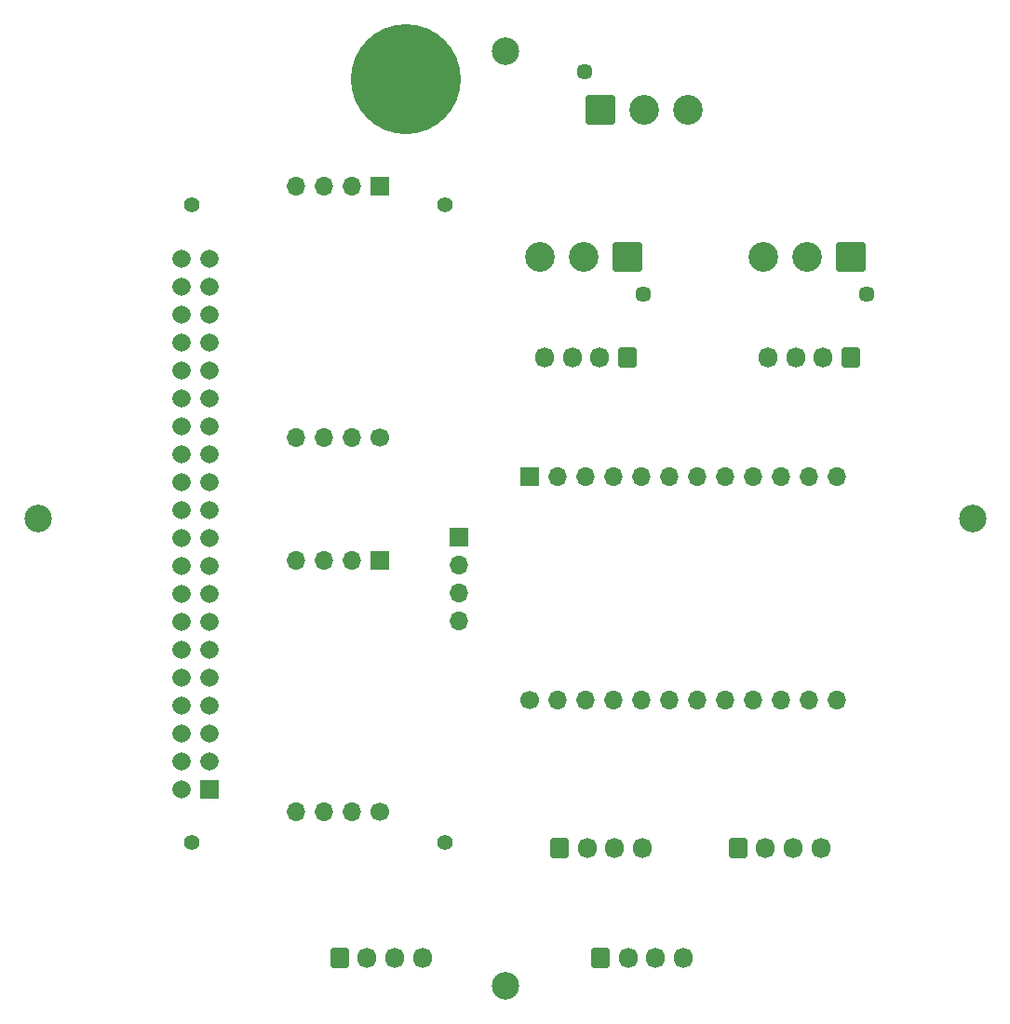
<source format=gbr>
%TF.GenerationSoftware,KiCad,Pcbnew,(6.0.4)*%
%TF.CreationDate,2022-05-02T15:33:22+09:00*%
%TF.ProjectId,0425,30343235-2e6b-4696-9361-645f70636258,rev?*%
%TF.SameCoordinates,Original*%
%TF.FileFunction,Soldermask,Top*%
%TF.FilePolarity,Negative*%
%FSLAX46Y46*%
G04 Gerber Fmt 4.6, Leading zero omitted, Abs format (unit mm)*
G04 Created by KiCad (PCBNEW (6.0.4)) date 2022-05-02 15:33:22*
%MOMM*%
%LPD*%
G01*
G04 APERTURE LIST*
G04 Aperture macros list*
%AMRoundRect*
0 Rectangle with rounded corners*
0 $1 Rounding radius*
0 $2 $3 $4 $5 $6 $7 $8 $9 X,Y pos of 4 corners*
0 Add a 4 corners polygon primitive as box body*
4,1,4,$2,$3,$4,$5,$6,$7,$8,$9,$2,$3,0*
0 Add four circle primitives for the rounded corners*
1,1,$1+$1,$2,$3*
1,1,$1+$1,$4,$5*
1,1,$1+$1,$6,$7*
1,1,$1+$1,$8,$9*
0 Add four rect primitives between the rounded corners*
20,1,$1+$1,$2,$3,$4,$5,0*
20,1,$1+$1,$4,$5,$6,$7,0*
20,1,$1+$1,$6,$7,$8,$9,0*
20,1,$1+$1,$8,$9,$2,$3,0*%
G04 Aperture macros list end*
%ADD10R,1.700000X1.700000*%
%ADD11O,1.700000X1.700000*%
%ADD12C,1.700000*%
%ADD13C,1.450000*%
%ADD14RoundRect,0.250001X-1.099999X-1.099999X1.099999X-1.099999X1.099999X1.099999X-1.099999X1.099999X0*%
%ADD15C,2.700000*%
%ADD16RoundRect,0.250001X1.099999X1.099999X-1.099999X1.099999X-1.099999X-1.099999X1.099999X-1.099999X0*%
%ADD17C,2.500000*%
%ADD18RoundRect,0.250000X-0.600000X-0.675000X0.600000X-0.675000X0.600000X0.675000X-0.600000X0.675000X0*%
%ADD19O,1.700000X1.850000*%
%ADD20RoundRect,0.250000X0.600000X0.675000X-0.600000X0.675000X-0.600000X-0.675000X0.600000X-0.675000X0*%
%ADD21R,1.665000X1.665000*%
%ADD22C,1.665000*%
%ADD23C,1.400000*%
%ADD24C,10.000000*%
G04 APERTURE END LIST*
D10*
%TO.C,J10*%
X138270000Y-79190000D03*
D11*
X138270000Y-81730000D03*
X138270000Y-84270000D03*
X138270000Y-86810000D03*
%TD*%
D10*
%TO.C,J9*%
X144760000Y-73660000D03*
D11*
X147300000Y-73660000D03*
X149840000Y-73660000D03*
X152380000Y-73660000D03*
X154920000Y-73660000D03*
X157460000Y-73660000D03*
X160000000Y-73660000D03*
X162540000Y-73660000D03*
X165080000Y-73660000D03*
X167620000Y-73660000D03*
X170160000Y-73660000D03*
X172700000Y-73660000D03*
D12*
X144760000Y-93980000D03*
D11*
X147300000Y-93980000D03*
X149840000Y-93980000D03*
X152380000Y-93980000D03*
X154920000Y-93980000D03*
X157460000Y-93980000D03*
X160000000Y-93980000D03*
X162540000Y-93980000D03*
X165080000Y-93980000D03*
X167620000Y-93980000D03*
X170160000Y-93980000D03*
X172700000Y-93980000D03*
%TD*%
D13*
%TO.C,J3*%
X149702500Y-36890000D03*
D14*
X151202500Y-40290000D03*
D15*
X155162500Y-40290000D03*
X159122500Y-40290000D03*
%TD*%
D13*
%TO.C,J2*%
X175417500Y-57090000D03*
D16*
X173917500Y-53690000D03*
D15*
X169957500Y-53690000D03*
X165997500Y-53690000D03*
%TD*%
D13*
%TO.C,J1*%
X155097500Y-57090000D03*
D16*
X153597500Y-53690000D03*
D15*
X149637500Y-53690000D03*
X145677500Y-53690000D03*
%TD*%
D17*
%TO.C,H4*%
X100000000Y-77500000D03*
%TD*%
D18*
%TO.C,J6*%
X147460000Y-107500000D03*
D19*
X149960000Y-107500000D03*
X152460000Y-107500000D03*
X154960000Y-107500000D03*
%TD*%
D18*
%TO.C,Oxyzen_Sensor_2*%
X151200000Y-117500000D03*
D19*
X153700000Y-117500000D03*
X156200000Y-117500000D03*
X158700000Y-117500000D03*
%TD*%
D20*
%TO.C,J5*%
X173930000Y-62850000D03*
D19*
X171430000Y-62850000D03*
X168930000Y-62850000D03*
X166430000Y-62850000D03*
%TD*%
D21*
%TO.C,J8*%
X115590000Y-102110000D03*
D22*
X113050000Y-102110000D03*
X115590000Y-99570000D03*
X113050000Y-99570000D03*
X115590000Y-97030000D03*
X113050000Y-97030000D03*
X115590000Y-94490000D03*
X113050000Y-94490000D03*
X115590000Y-91950000D03*
X113050000Y-91950000D03*
X115590000Y-89410000D03*
X113050000Y-89410000D03*
X115590000Y-86870000D03*
X113050000Y-86870000D03*
X115590000Y-84330000D03*
X113050000Y-84330000D03*
X115590000Y-81790000D03*
X113050000Y-81790000D03*
X115590000Y-79250000D03*
X113050000Y-79250000D03*
X115590000Y-76710000D03*
X113050000Y-76710000D03*
X115590000Y-74170000D03*
X113050000Y-74170000D03*
X115590000Y-71630000D03*
X113050000Y-71630000D03*
X115590000Y-69090000D03*
X113050000Y-69090000D03*
X115590000Y-66550000D03*
X113050000Y-66550000D03*
X115590000Y-64010000D03*
X113050000Y-64010000D03*
X115590000Y-61470000D03*
X113050000Y-61470000D03*
X115590000Y-58930000D03*
X113050000Y-58930000D03*
X115590000Y-56390000D03*
X113050000Y-56390000D03*
X115590000Y-53850000D03*
X113050000Y-53850000D03*
D23*
X114010000Y-106980000D03*
X137010000Y-106980000D03*
X137010000Y-48980000D03*
X114010000Y-48980000D03*
%TD*%
D20*
%TO.C,J4*%
X153610000Y-62850000D03*
D19*
X151110000Y-62850000D03*
X148610000Y-62850000D03*
X146110000Y-62850000D03*
%TD*%
D18*
%TO.C,Oxyzen_Sensor_1*%
X127460000Y-117500000D03*
D19*
X129960000Y-117500000D03*
X132460000Y-117500000D03*
X134960000Y-117500000D03*
%TD*%
D17*
%TO.C,H2*%
X185000000Y-77500000D03*
%TD*%
D18*
%TO.C,J7*%
X163700000Y-107500000D03*
D19*
X166200000Y-107500000D03*
X168700000Y-107500000D03*
X171200000Y-107500000D03*
%TD*%
D17*
%TO.C,H3*%
X142500000Y-120000000D03*
%TD*%
%TO.C,H1*%
X142500000Y-35000000D03*
%TD*%
D24*
%TO.C,H5*%
X133500000Y-37500000D03*
%TD*%
D12*
%TO.C,Rs232_to_ttl1*%
X131064000Y-70164000D03*
D11*
X128524000Y-70164000D03*
X125984000Y-70164000D03*
X123444000Y-70164000D03*
X123444000Y-47304000D03*
X125984000Y-47304000D03*
X128524000Y-47304000D03*
D10*
X131064000Y-47304000D03*
%TD*%
D12*
%TO.C,Rs232_to_ttl2*%
X131064000Y-104200000D03*
D11*
X128524000Y-104200000D03*
X125984000Y-104200000D03*
X123444000Y-104200000D03*
X123444000Y-81340000D03*
X125984000Y-81340000D03*
X128524000Y-81340000D03*
D10*
X131064000Y-81340000D03*
%TD*%
M02*

</source>
